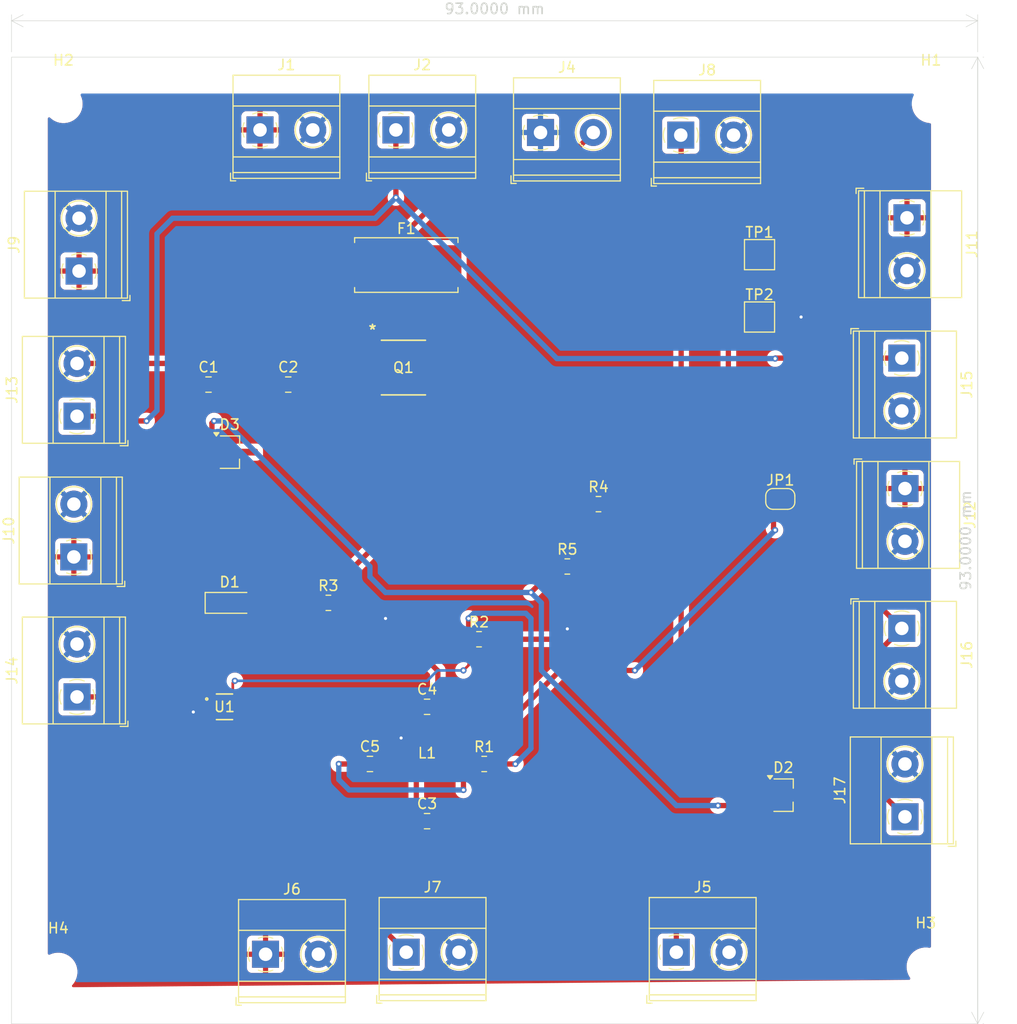
<source format=kicad_pcb>
(kicad_pcb (version 20240108) (generator "pcbnew") (generator_version "8.0")
  (layers (0 "F.Cu" mixed) (31 "B.Cu" mixed) (34 "B.Paste" user) (35 "F.Paste" user) (36 "B.SilkS" user "B.Silkscreen") (37 "F.SilkS" user "F.Silkscreen") (38 "B.Mask" user) (39 "F.Mask" user) (44 "Edge.Cuts" user))
  (net 0 "")
  (net 1 "+5V")
  (net 2 "GND")
  (net 3 "Net-(JP1-A)")
  (net 4 "+12V")
  (net 5 "Net-(D1-A)")
  (net 6 "/VBAT_READ")
  (net 7 "+3V3")
  (net 8 "Net-(F1-Pad2)")
  (net 9 "Net-(J4-Pin_2)")
  (net 10 "/BST")
  (net 11 "/SW")
  (net 12 "/SS")
  (net 13 "/FB")
  (footprint "MountingHole:MountingHole_3.2mm_M3" (layer "F.Cu") (at 92.5 153)
    (property "Reference" "H4" (at 0 -4.2 0) (layer "F.SilkS"))
    (property "Value" "MountingHole")
    (pad "" np_thru_hole circle (at 0 0) (size 3.2 3.2) (drill 3.2) (layers "*.Cu" "*.Mask"))
  )
  (footprint "Capacitor_SMD:C_0805_2012Metric_Pad1.18x1.45mm_HandSolder" (layer "F.Cu") (at 128 138.5)
    (property "Reference" "C3" (at 0 -1.68 0) (layer "F.SilkS"))
    (property "Value" "100nF")
    (pad "1" smd roundrect (at -1.0375 0) (size 1.175 1.45) (layers "F.Cu" "F.Paste" "F.Mask") (roundrect_rratio 0.212766) (net 11 "/SW"))
    (pad "2" smd roundrect (at 1.0375 0) (size 1.175 1.45) (layers "F.Cu" "F.Paste" "F.Mask") (roundrect_rratio 0.212766) (net 10 "/BST"))
  )
  (footprint "Resistor_SMD:R_0805_2012Metric_Pad1.20x1.40mm_HandSolder" (layer "F.Cu") (at 141.5 114)
    (property "Reference" "R5" (at 0 -1.65 0) (layer "F.SilkS"))
    (property "Value" "10k")
    (pad "1" smd roundrect (at -1 0) (size 1.2 1.4) (layers "F.Cu" "F.Paste" "F.Mask") (roundrect_rratio 0.208333) (net 6 "/VBAT_READ"))
    (pad "2" smd roundrect (at 1 0) (size 1.2 1.4) (layers "F.Cu" "F.Paste" "F.Mask") (roundrect_rratio 0.208333) (net 2 "GND"))
  )
  (footprint "Resistor_SMD:R_0805_2012Metric_Pad1.20x1.40mm_HandSolder" (layer "F.Cu") (at 144.5 108)
    (property "Reference" "R4" (at 0 -1.65 0) (layer "F.SilkS"))
    (property "Value" "100k")
    (pad "1" smd roundrect (at -1 0) (size 1.2 1.4) (layers "F.Cu" "F.Paste" "F.Mask") (roundrect_rratio 0.208333) (net 4 "+12V"))
    (pad "2" smd roundrect (at 1 0) (size 1.2 1.4) (layers "F.Cu" "F.Paste" "F.Mask") (roundrect_rratio 0.208333) (net 6 "/VBAT_READ"))
  )
  (footprint "Package_TO_SOT_SMD:TSOT-23_HandSoldering" (layer "F.Cu") (at 109 103)
    (property "Reference" "D3" (at 0 -2.65 0) (layer "F.SilkS"))
    (property "Value" "D_Schottky")
    (pad "1" smd roundrect (at -1.71 -0.95) (size 2 0.65) (layers "F.Cu" "F.Paste" "F.Mask") (net 6 "/VBAT_READ"))
    (pad "2" smd roundrect (at -1.71 0.95) (size 2 0.65) (layers "F.Cu" "F.Paste" "F.Mask") (net 2 "GND"))
    (pad "3" smd roundrect (at 1.71 0) (size 2 0.65) (layers "F.Cu" "F.Paste" "F.Mask"))
  )
  (footprint "TerminalBlock_Phoenix:TerminalBlock_Phoenix_MKDS-1,5-2-5.08_1x02_P5.08mm_Horizontal" (layer "F.Cu") (at 151.99 151.11)
    (property "Reference" "J5" (at 2.54 -6.26 0) (layer "F.SilkS"))
    (property "Value" "Conn_01x02_Pin")
    (pad "1" thru_hole rect (at 0 0) (size 2.6 2.6) (drill 1.3) (layers "*.Cu" "*.Mask") (net 6 "/VBAT_READ"))
    (pad "2" thru_hole circle (at 5.08 0) (size 2.6 2.6) (drill 1.3) (layers "*.Cu" "*.Mask") (net 2 "GND"))
  )
  (footprint "TerminalBlock_Phoenix:TerminalBlock_Phoenix_MKDS-1,5-2-5.08_1x02_P5.08mm_Horizontal" (layer "F.Cu") (at 94.305 126.545 90)
    (property "Reference" "J14" (at 2.54 -6.26 90) (layer "F.SilkS"))
    (property "Value" "MOTOR2 EN")
    (pad "1" thru_hole rect (at 0 0 90) (size 2.6 2.6) (drill 1.3) (layers "*.Cu" "*.Mask") (net 1 "+5V"))
    (pad "2" thru_hole circle (at 5.08 0 90) (size 2.6 2.6) (drill 1.3) (layers "*.Cu" "*.Mask") (net 2 "GND"))
  )
  (footprint "TerminalBlock_Phoenix:TerminalBlock_Phoenix_MKDS-1,5-2-5.08_1x02_P5.08mm_Horizontal" (layer "F.Cu") (at 174.195 80.455 -90)
    (property "Reference" "J11" (at 2.54 -6.26 90) (layer "F.SilkS"))
    (property "Value" "MOTOR3 POWER")
    (pad "1" thru_hole rect (at 0 0 270) (size 2.6 2.6) (drill 1.3) (layers "*.Cu" "*.Mask") (net 4 "+12V"))
    (pad "2" thru_hole circle (at 5.08 0 270) (size 2.6 2.6) (drill 1.3) (layers "*.Cu" "*.Mask") (net 2 "GND"))
  )
  (footprint "Capacitor_SMD:C_0805_2012Metric_Pad1.18x1.45mm_HandSolder" (layer "F.Cu") (at 122.5 133)
    (property "Reference" "C5" (at 0 -1.68 0) (layer "F.SilkS"))
    (property "Value" "47u")
    (pad "1" smd roundrect (at -1.0375 0) (size 1.175 1.45) (layers "F.Cu" "F.Paste" "F.Mask") (roundrect_rratio 0.212766) (net 3 "Net-(JP1-A)"))
    (pad "2" smd roundrect (at 1.0375 0) (size 1.175 1.45) (layers "F.Cu" "F.Paste" "F.Mask") (roundrect_rratio 0.212766) (net 2 "GND"))
  )
  (footprint "Resistor_SMD:R_0805_2012Metric_Pad1.20x1.40mm_HandSolder" (layer "F.Cu") (at 133.5 133)
    (property "Reference" "R1" (at 0 -1.65 0) (layer "F.SilkS"))
    (property "Value" "52.3k")
    (pad "1" smd roundrect (at -1 0) (size 1.2 1.4) (layers "F.Cu" "F.Paste" "F.Mask") (roundrect_rratio 0.208333) (net 3 "Net-(JP1-A)"))
    (pad "2" smd roundrect (at 1 0) (size 1.2 1.4) (layers "F.Cu" "F.Paste" "F.Mask") (roundrect_rratio 0.208333) (net 13 "/FB"))
  )
  (footprint "TerminalBlock_Phoenix:TerminalBlock_Phoenix_MKDS-1,5-2-5.08_1x02_P5.08mm_Horizontal" (layer "F.Cu") (at 94 113.08 90)
    (property "Reference" "J10" (at 2.54 -6.26 90) (layer "F.SilkS"))
    (property "Value" "MOTOR2 POWER")
    (pad "1" thru_hole rect (at 0 0 90) (size 2.6 2.6) (drill 1.3) (layers "*.Cu" "*.Mask") (net 4 "+12V"))
    (pad "2" thru_hole circle (at 5.08 0 90) (size 2.6 2.6) (drill 1.3) (layers "*.Cu" "*.Mask") (net 2 "GND"))
  )
  (footprint "TerminalBlock_Phoenix:TerminalBlock_Phoenix_MKDS-1,5-2-5.08_1x02_P5.08mm_Horizontal" (layer "F.Cu") (at 125.99 151.11)
    (property "Reference" "J7" (at 2.54 -6.26 0) (layer "F.SilkS"))
    (property "Value" "5V JUMP")
    (pad "1" thru_hole rect (at 0 0) (size 2.6 2.6) (drill 1.3) (layers "*.Cu" "*.Mask") (net 1 "+5V"))
    (pad "2" thru_hole circle (at 5.08 0) (size 2.6 2.6) (drill 1.3) (layers "*.Cu" "*.Mask") (net 2 "GND"))
  )
  (footprint "TerminalBlock_Phoenix:TerminalBlock_Phoenix_MKDS-1,5-2-5.08_1x02_P5.08mm_Horizontal" (layer "F.Cu") (at 152.42 72.5)
    (property "Reference" "J8" (at 2.54 -6.26 0) (layer "F.SilkS"))
    (property "Value" "3V3 JUMP")
    (pad "1" thru_hole rect (at 0 0) (size 2.6 2.6) (drill 1.3) (layers "*.Cu" "*.Mask") (net 7 "+3V3"))
    (pad "2" thru_hole circle (at 5.08 0) (size 2.6 2.6) (drill 1.3) (layers "*.Cu" "*.Mask") (net 2 "GND"))
  )
  (footprint "Fuse:Fuseholder_Littelfuse_Nano2_154x" (layer "F.Cu") (at 126 85)
    (property "Reference" "F1" (at 0 -3.5 0) (layer "F.SilkS"))
    (property "Value" "Fuse")
    (pad "1" smd rect (at -3.185 0) (size 4.24 3.81) (layers "F.Cu" "F.Paste" "F.Mask") (net 9 "Net-(J4-Pin_2)"))
    (pad "2" smd rect (at 3.185 0) (size 4.24 3.81) (layers "F.Cu" "F.Paste" "F.Mask") (net 8 "Net-(F1-Pad2)"))
  )
  (footprint "TerminalBlock_Phoenix:TerminalBlock_Phoenix_MKDS-1,5-2-5.08_1x02_P5.08mm_Horizontal" (layer "F.Cu") (at 125 72)
    (property "Reference" "J2" (at 2.54 -6.26 0) (layer "F.SilkS"))
    (property "Value" "LIN ACT DRIVER")
    (pad "1" thru_hole rect (at 0 0) (size 2.6 2.6) (drill 1.3) (layers "*.Cu" "*.Mask") (net 1 "+5V"))
    (pad "2" thru_hole circle (at 5.08 0) (size 2.6 2.6) (drill 1.3) (layers "*.Cu" "*.Mask") (net 2 "GND"))
  )
  (footprint "TerminalBlock_Phoenix:TerminalBlock_Phoenix_MKDS-1,5-2-5.08_1x02_P5.08mm_Horizontal" (layer "F.Cu") (at 94.5 85.58 90)
    (property "Reference" "J9" (at 2.54 -6.26 90) (layer "F.SilkS"))
    (property "Value" "MOTOR1 POWER")
    (pad "1" thru_hole rect (at 0 0 90) (size 2.6 2.6) (drill 1.3) (layers "*.Cu" "*.Mask") (net 4 "+12V"))
    (pad "2" thru_hole circle (at 5.08 0 90) (size 2.6 2.6) (drill 1.3) (layers "*.Cu" "*.Mask") (net 2 "GND"))
  )
  (footprint "TerminalBlock_Phoenix:TerminalBlock_Phoenix_MKDS-1,5-2-5.08_1x02_P5.08mm_Horizontal" (layer "F.Cu") (at 111.92 72)
    (property "Reference" "J1" (at 2.54 -6.26 0) (layer "F.SilkS"))
    (property "Value" "LINEAR ACTUATOR POWER")
    (pad "1" thru_hole rect (at 0 0) (size 2.6 2.6) (drill 1.3) (layers "*.Cu" "*.Mask") (net 4 "+12V"))
    (pad "2" thru_hole circle (at 5.08 0) (size 2.6 2.6) (drill 1.3) (layers "*.Cu" "*.Mask") (net 2 "GND"))
  )
  (footprint "TerminalBlock_Phoenix:TerminalBlock_Phoenix_MKDS-1,5-2-5.08_1x02_P5.08mm_Horizontal" (layer "F.Cu") (at 174 106.5 -90)
    (property "Reference" "J12" (at 2.54 -6.26 90) (layer "F.SilkS"))
    (property "Value" "MOTOR4 POWER")
    (pad "1" thru_hole rect (at 0 0 270) (size 2.6 2.6) (drill 1.3) (layers "*.Cu" "*.Mask") (net 4 "+12V"))
    (pad "2" thru_hole circle (at 5.08 0 270) (size 2.6 2.6) (drill 1.3) (layers "*.Cu" "*.Mask") (net 2 "GND"))
  )
  (footprint "Resistor_SMD:R_0805_2012Metric_Pad1.20x1.40mm_HandSolder" (layer "F.Cu") (at 133 121)
    (property "Reference" "R2" (at 0 -1.65 0) (layer "F.SilkS"))
    (property "Value" "10k")
    (pad "1" smd roundrect (at -1 0) (size 1.2 1.4) (layers "F.Cu" "F.Paste" "F.Mask") (roundrect_rratio 0.208333) (net 13 "/FB"))
    (pad "2" smd roundrect (at 1 0) (size 1.2 1.4) (layers "F.Cu" "F.Paste" "F.Mask") (roundrect_rratio 0.208333) (net 2 "GND"))
  )
  (footprint "TerminalBlock_Phoenix:TerminalBlock_Phoenix_MKDS-1,5-2-5.08_1x02_P5.08mm_Horizontal" (layer "F.Cu") (at 174 138.08 90)
    (property "Reference" "J17" (at 2.54 -6.26 90) (layer "F.SilkS"))
    (property "Value" "LIN REG")
    (pad "1" thru_hole rect (at 0 0 90) (size 2.6 2.6) (drill 1.3) (layers "*.Cu" "*.Mask") (net 1 "+5V"))
    (pad "2" thru_hole circle (at 5.08 0 90) (size 2.6 2.6) (drill 1.3) (layers "*.Cu" "*.Mask") (net 2 "GND"))
  )
  (footprint "MountingHole:MountingHole_3.2mm_M3" (layer "F.Cu") (at 176.5 69.5)
    (property "Reference" "H1" (at 0 -4.2 0) (layer "F.SilkS"))
    (property "Value" "MountingHole")
    (pad "" np_thru_hole circle (at 0 0) (size 3.2 3.2) (drill 3.2) (layers "*.Cu" "*.Mask"))
  )
  (footprint "Package_TO_SOT_SMD:TSOT-23_HandSoldering" (layer "F.Cu") (at 162.29 136)
    (property "Reference" "D2" (at 0 -2.65 0) (layer "F.SilkS"))
    (property "Value" "D_Schottky")
    (pad "1" smd roundrect (at -1.71 -0.95) (size 2 0.65) (layers "F.Cu" "F.Paste" "F.Mask") (net 7 "+3V3"))
    (pad "2" smd roundrect (at -1.71 0.95) (size 2 0.65) (layers "F.Cu" "F.Paste" "F.Mask") (net 6 "/VBAT_READ"))
    (pad "3" smd roundrect (at 1.71 0) (size 2 0.65) (layers "F.Cu" "F.Paste" "F.Mask"))
  )
  (footprint "TPS62933DRLR:SOT5X3-8_DRL_TEX" (layer "F.Cu") (at 108.5 127.5)
    (property "Reference" "U1" (at 0 0 0) (layer "F.SilkS"))
    (property "Value" "TPS62933DRLR")
    (pad "1" smd rect (at -0.8001 -0.750189) (size 0.7112 0.2286) (layers "F.Cu" "F.Paste" "F.Mask"))
    (pad "2" smd rect (at -0.8001 -0.250063) (size 0.7112 0.2286) (layers "F.Cu" "F.Paste" "F.Mask"))
    (pad "3" smd rect (at -0.8001 0.250063) (size 0.7112 0.2286) (layers "F.Cu" "F.Paste" "F.Mask") (net 4 "+12V"))
    (pad "4" smd rect (at -0.8001 0.750189) (size 0.7112 0.2286) (layers "F.Cu" "F.Paste" "F.Mask") (net 2 "GND"))
    (pad "5" smd rect (at 0.8001 0.750189) (size 0.7112 0.2286) (layers "F.Cu" "F.Paste" "F.Mask"))
    (pad "6" smd rect (at 0.8001 0.250063) (size 0.7112 0.2286) (layers "F.Cu" "F.Paste" "F.Mask"))
    (pad "7" smd rect (at 0.8001 -0.250063) (size 0.7112 0.2286) (layers "F.Cu" "F.Paste" "F.Mask") (net 12 "/SS"))
    (pad "8" smd rect (at 0.8001 -0.750189) (size 0.7112 0.2286) (layers "F.Cu" "F.Paste" "F.Mask") (net 13 "/FB"))
  )
  (footprint "Inductor_SMD:L_0201_0603Metric_Pad0.64x0.40mm_HandSolder" (layer "F.Cu") (at 128 133)
    (property "Reference" "L1" (at 0 -1.05 0) (layer "F.SilkS"))
    (property "Value" "7.8uH")
    (pad "1" smd roundrect (at -0.4075 0) (size 0.635 0.4) (layers "F.Cu" "F.Mask") (net 11 "/SW"))
    (pad "2" smd roundrect (at 0.4075 0) (size 0.635 0.4) (layers "F.Cu" "F.Mask") (net 3 "Net-(JP1-A)"))
  )
  (footprint "Resistor_SMD:R_0805_2012Metric_Pad1.20x1.40mm_HandSolder" (layer "F.Cu") (at 118.5 117.5)
    (property "Reference" "R3" (at 0 -1.65 0) (layer "F.SilkS"))
    (property "Value" "100k")
    (pad "1" smd roundrect (at -1 0) (size 1.2 1.4) (layers "F.Cu" "F.Paste" "F.Mask") (roundrect_rratio 0.208333) (net 5 "Net-(D1-A)"))
    (pad "2" smd roundrect (at 1 0) (size 1.2 1.4) (layers "F.Cu" "F.Paste" "F.Mask") (roundrect_rratio 0.208333) (net 2 "GND"))
  )
  (footprint "AO4485:SO8SOP-8L_AOS" (layer "F.Cu") (at 125.72415 94.865)
    (property "Reference" "Q1" (at 0 0 0) (layer "F.SilkS"))
    (property "Value" "AO4485")
    (fp_text user "*" (at -2.97815 -3.6068 0) (layer "F.SilkS"))
    (fp_text user "*" (at -2.97815 -3.6068 0) (layer "F.SilkS"))
    (pad "1" smd rect (at -2.72415 -1.905) (size 1.4605 0.5588) (layers "F.Cu" "F.Paste" "F.Mask") (net 4 "+12V"))
    (pad "2" smd rect (at -2.72415 -0.635) (size 1.4605 0.5588) (layers "F.Cu" "F.Paste" "F.Mask") (net 4 "+12V"))
    (pad "3" smd rect (at -2.72415 0.635) (size 1.4605 0.5588) (layers "F.Cu" "F.Paste" "F.Mask") (net 4 "+12V"))
    (pad "4" smd rect (at -2.72415 1.905) (size 1.4605 0.5588) (layers "F.Cu" "F.Paste" "F.Mask") (net 5 "Net-(D1-A)"))
    (pad "5" smd rect (at 2.72415 1.905) (size 1.4605 0.5588) (layers "F.Cu" "F.Paste" "F.Mask") (net 8 "Net-(F1-Pad2)"))
    (pad "6" smd rect (at 2.72415 0.635) (size 1.4605 0.5588) (layers "F.Cu" "F.Paste" "F.Mask") (net 8 "Net-(F1-Pad2)"))
    (pad "7" smd rect (at 2.72415 -0.635) (size 1.4605 0.5588) (layers "F.Cu" "F.Paste" "F.Mask") (net 8 "Net-(F1-Pad2)"))
    (pad "8" smd rect (at 2.72415 -1.905) (size 1.4605 0.5588) (layers "F.Cu" "F.Paste" "F.Mask") (net 8 "Net-(F1-Pad2)"))
  )
  (footprint "TerminalBlock_Phoenix:TerminalBlock_Phoenix_MKDS-1,5-2-5.08_1x02_P5.08mm_Horizontal" (layer "F.Cu") (at 173.695 93.955 -90)
    (property "Reference" "J15" (at 2.54 -6.26 90) (layer "F.SilkS"))
    (property "Value" "MOTOR3 EN")
    (pad "1" thru_hole rect (at 0 0 270) (size 2.6 2.6) (drill 1.3) (layers "*.Cu" "*.Mask") (net 1 "+5V"))
    (pad "2" thru_hole circle (at 5.08 0 270) (size 2.6 2.6) (drill 1.3) (layers "*.Cu" "*.Mask") (net 2 "GND"))
  )
  (footprint "TestPoint:TestPoint_Pad_2.5x2.5mm" (layer "F.Cu") (at 160 90)
    (property "Reference" "TP2" (at 0 -2.148 0) (layer "F.SilkS"))
    (property "Value" "TestPoint")
    (pad "1" smd rect (at 0 0) (size 2.5 2.5) (layers "F.Cu" "F.Mask") (net 2 "GND"))
  )
  (footprint "Capacitor_SMD:C_0805_2012Metric_Pad1.18x1.45mm_HandSolder" (layer "F.Cu") (at 128 127.5)
    (property "Reference" "C4" (at 0 -1.68 0) (layer "F.SilkS"))
    (property "Value" "33nF")
    (pad "1" smd roundrect (at -1.0375 0) (size 1.175 1.45) (layers "F.Cu" "F.Paste" "F.Mask") (roundrect_rratio 0.212766) (net 12 "/SS"))
    (pad "2" smd roundrect (at 1.0375 0) (size 1.175 1.45) (layers "F.Cu" "F.Paste" "F.Mask") (roundrect_rratio 0.212766) (net 2 "GND"))
  )
  (footprint "TerminalBlock_Phoenix:TerminalBlock_Phoenix_MKDS-1,5-2-5.08_1x02_P5.08mm_Horizontal" (layer "F.Cu") (at 112.455 151.305)
    (property "Reference" "J6" (at 2.54 -6.26 0) (layer "F.SilkS"))
    (property "Value" "12V JUMP")
    (pad "1" thru_hole rect (at 0 0) (size 2.6 2.6) (drill 1.3) (layers "*.Cu" "*.Mask") (net 4 "+12V"))
    (pad "2" thru_hole circle (at 5.08 0) (size 2.6 2.6) (drill 1.3) (layers "*.Cu" "*.Mask") (net 2 "GND"))
  )
  (footprint "Diode_SMD:D_SOD-123" (layer "F.Cu") (at 109 117.5)
    (property "Reference" "D1" (at 0 -2 0) (layer "F.SilkS"))
    (property "Value" "D_Zener")
    (pad "1" smd roundrect (at -1.65 0) (size 0.9 1.2) (layers "F.Cu" "F.Paste" "F.Mask") (net 4 "+12V"))
    (pad "2" smd roundrect (at 1.65 0) (size 0.9 1.2) (layers "F.Cu" "F.Paste" "F.Mask") (net 5 "Net-(D1-A)"))
  )
  (footprint "MountingHole:MountingHole_3.2mm_M3" (layer "F.Cu") (at 176 152.5)
    (property "Reference" "H3" (at 0 -4.2 0) (layer "F.SilkS"))
    (property "Value" "MountingHole")
    (pad "" np_thru_hole circle (at 0 0) (size 3.2 3.2) (drill 3.2) (layers "*.Cu" "*.Mask"))
  )
  (footprint "MountingHole:MountingHole_3.2mm_M3" (layer "F.Cu") (at 93 69.5)
    (property "Reference" "H2" (at 0 -4.2 0) (layer "F.SilkS"))
    (property "Value" "MountingHole")
    (pad "" np_thru_hole circle (at 0 0) (size 3.2 3.2) (drill 3.2) (layers "*.Cu" "*.Mask"))
  )
  (footprint "TerminalBlock_Phoenix:TerminalBlock_Phoenix_MKDS-1,5-2-5.08_1x02_P5.08mm_Horizontal" (layer "F.Cu") (at 138.92 72.25)
    (property "Reference" "J4" (at 2.54 -6.26 0) (layer "F.SilkS"))
    (property "Value" "12V BATTERY POWER")
    (pad "1" thru_hole rect (at 0 0) (size 2.6 2.6) (drill 1.3) (layers "*.Cu" "*.Mask") (net 2 "GND"))
    (pad "2" thru_hole circle (at 5.08 0) (size 2.6 2.6) (drill 1.3) (layers "*.Cu" "*.Mask") (net 9 "Net-(J4-Pin_2)"))
  )
  (footprint "Capacitor_SMD:C_0805_2012Metric_Pad1.18x1.45mm_HandSolder" (layer "F.Cu") (at 114.6375 96.5)
    (property "Reference" "C2" (at 0 -1.68 0) (layer "F.SilkS"))
    (property "Value" "100nF")
    (pad "1" smd roundrect (at -1.0375 0) (size 1.175 1.45) (layers "F.Cu" "F.Paste" "F.Mask") (roundrect_rratio 0.212766) (net 4 "+12V"))
    (pad "2" smd roundrect (at 1.0375 0) (size 1.175 1.45) (layers "F.Cu" "F.Paste" "F.Mask") (roundrect_rratio 0.212766) (net 2 "GND"))
  )
  (footprint "TestPoint:TestPoint_Pad_2.5x2.5mm" (layer "F.Cu") (at 160 84)
    (property "Reference" "TP1" (at 0 -2.148 0) (layer "F.SilkS"))
    (property "Value" "TestPoint")
    (pad "1" smd rect (at 0 0) (size 2.5 2.5) (layers "F.Cu" "F.Mask") (net 3 "Net-(JP1-A)"))
  )
  (footprint "TerminalBlock_Phoenix:TerminalBlock_Phoenix_MKDS-1,5-2-5.08_1x02_P5.08mm_Horizontal" (layer "F.Cu") (at 173.695 119.955 -90)
    (property "Reference" "J16" (at 2.54 -6.26 90) (layer "F.SilkS"))
    (property "Value" "MOTOR4 EN")
    (pad "1" thru_hole rect (at 0 0 270) (size 2.6 2.6) (drill 1.3) (layers "*.Cu" "*.Mask") (net 1 "+5V"))
    (pad "2" thru_hole circle (at 5.08 0 270) (size 2.6 2.6) (drill 1.3) (layers "*.Cu" "*.Mask") (net 2 "GND"))
  )
  (footprint "TerminalBlock_Phoenix:TerminalBlock_Phoenix_MKDS-1,5-2-5.08_1x02_P5.08mm_Horizontal" (layer "F.Cu") (at 94.305 99.545 90)
    (property "Reference" "J13" (at 2.54 -6.26 90) (layer "F.SilkS"))
    (property "Value" "MOTOR1 EN")
    (pad "1" thru_hole rect (at 0 0 90) (size 2.6 2.6) (drill 1.3) (layers "*.Cu" "*.Mask") (net 1 "+5V"))
    (pad "2" thru_hole circle (at 5.08 0 90) (size 2.6 2.6) (drill 1.3) (layers "*.Cu" "*.Mask") (net 2 "GND"))
  )
  (footprint "Jumper:SolderJumper-2_P1.3mm_Open_RoundedPad1.0x1.5mm" (layer "F.Cu") (at 162 107.5)
    (property "Reference" "JP1" (at 0 -1.8 0) (layer "F.SilkS"))
    (property "Value" "SolderJumper_2_Open")
    (pad "1" smd custom (at -0.65 0) (size 1 0.5) (layers "F.Cu" "F.Mask") (net 3 "Net-(JP1-A)") (options (clearance outline) (anchor rect)) (primitives (gr_circle (center 0 0.25) (end 0.5 0.25) (width 0) (fill yes)) (gr_circle (center 0 -0.25) (end 0.5 -0.25) (width 0) (fill yes)) (gr_poly (pts (xy 0.5 0.75) (xy 0 0.75) (xy 0 -0.75) (xy 0.5 -0.75)) (width 0) (fill yes))))
    (pad "2" smd custom (at 0.65 0) (size 1 0.5) (layers "F.Cu" "F.Mask") (net 1 "+5V") (options (clearance outline) (anchor rect)) (primitives (gr_circle (center 0 0.25) (end 0.5 0.25) (width 0) (fill yes)) (gr_circle (center 0 -0.25) (end 0.5 -0.25) (width 0) (fill yes)) (gr_poly (pts (xy 0 0.75) (xy -0.5 0.75) (xy -0.5 -0.75) (xy 0 -0.75)) (width 0) (fill yes))))
  )
  (footprint "Capacitor_SMD:C_0805_2012Metric_Pad1.18x1.45mm_HandSolder" (layer "F.Cu") (at 106.9625 96.5)
    (property "Reference" "C1" (at 0 -1.68 0) (layer "F.SilkS"))
    (property "Value" "10uF")
    (pad "1" smd roundrect (at -1.0375 0) (size 1.175 1.45) (layers "F.Cu" "F.Paste" "F.Mask") (roundrect_rratio 0.212766) (net 4 "+12V"))
    (pad "2" smd roundrect (at 1.0375 0) (size 1.175 1.45) (layers "F.Cu" "F.Paste" "F.Mask") (roundrect_rratio 0.212766) (net 2 "GND"))
  )
  (gr_rect (start 88 65) (end 181 158) (stroke (width 0.05)) (fill none) (layer "Edge.Cuts"))
  (dimension (type aligned) (layer "Edge.Cuts") (pts (xy 181 65) (xy 88 65)) (height 3.499999) (gr_text "93.0000 mm" (at 134.5 60.350001 0) (layer "Edge.Cuts") (effects (font (size 1 1) (thickness 0.15)))) (format (prefix "") (suffix "") (units 3) (units_format 1) (precision 4)) (style (thickness 0.05) (arrow_length 1.27) (text_position_mode 0) (extension_height 0.58642) (extension_offset 0.5) keep_text_aligned))
  (dimension (type aligned) (layer "Edge.Cuts") (pts (xy 181 65) (xy 181 158)) (height 0) (gr_text "93.0000 mm" (at 179.85 111.5 90) (layer "Edge.Cuts") (effects (font (size 1 1) (thickness 0.15)))) (format (prefix "") (suffix "") (units 3) (units_format 1) (precision 4)) (style (thickness 0.05) (arrow_length 1.27) (text_position_mode 0) (extension_height 0.58642) (extension_offset 0.5) keep_text_aligned))
  (segment (start 168.045 93.955) (end 167 95) (width 0.508) (layer "F.Cu") (net 1))
  (segment (start 168.045 93.955) (end 161.545 93.955) (width 0.508) (layer "F.Cu") (net 1))
  (segment (start 125 72) (end 125 78.5) (width 0.508) (layer "F.Cu") (net 1))
  (segment (start 100 100) (end 99.545 99.545) (width 0.508) (layer "F.Cu") (net 1))
  (segment (start 101 100) (end 100 100) (width 0.508) (layer "F.Cu") (net 1))
  (segment (start 171.941 121.709) (end 165.291 121.709) (width 0.508) (layer "F.Cu") (net 1))
  (segment (start 162.65 108.91) (end 173.695 119.955) (width 0.508) (layer "F.Cu") (net 1))
  (segment (start 164.5 128.58) (end 174 138.08) (width 0.508) (layer "F.Cu") (net 1))
  (segment (start 167 95) (end 167 106.5) (width 0.508) (layer "F.Cu") (net 1))
  (segment (start 167 106.5) (end 166 107.5) (width 0.508) (layer "F.Cu") (net 1))
  (segment (start 166 107.5) (end 162.65 107.5) (width 0.508) (layer "F.Cu") (net 1))
  (segment (start 165.291 121.709) (end 164.5 122.5) (width 0.508) (layer "F.Cu") (net 1))
  (segment (start 173.695 93.955) (end 168.045 93.955) (width 0.508) (layer "F.Cu") (net 1))
  (segment (start 173.695 119.955) (end 171.941 121.709) (width 0.508) (layer "F.Cu") (net 1))
  (segment (start 101.425 126.545) (end 125.99 151.11) (width 0.508) (layer "F.Cu") (net 1))
  (segment (start 161.545 93.955) (end 161.5 94) (width 0.508) (layer "F.Cu") (net 1))
  (segment (start 164.5 122.5) (end 164.5 128.58) (width 0.508) (layer "F.Cu") (net 1))
  (segment (start 162.65 107.5) (end 162.65 108.91) (width 0.508) (layer "F.Cu") (net 1))
  (segment (start 94.305 126.545) (end 101.425 126.545) (width 0.508) (layer "F.Cu") (net 1))
  (segment (start 99.545 99.545) (end 94.305 99.545) (width 0.508) (layer "F.Cu") (net 1))
  (via (at 125 78.5) (size 0.6) (drill 0.3) (layers "F.Cu" "B.Cu") (net 1))
  (via (at 101 100) (size 0.6) (drill 0.3) (layers "F.Cu" "B.Cu") (net 1))
  (via (at 161.5 94) (size 0.6) (drill 0.3) (layers "F.Cu" "B.Cu") (net 1))
  (segment (start 103.5 80.5) (end 102 82) (width 0.508) (layer "B.Cu") (net 1))
  (segment (start 102 82) (end 102 99) (width 0.508) (layer "B.Cu") (net 1))
  (segment (start 125 78.5) (end 123 80.5) (width 0.508) (layer "B.Cu") (net 1))
  (segment (start 102 99) (end 101 100) (width 0.508) (layer "B.Cu") (net 1))
  (segment (start 161.5 94) (end 140.5 94) (width 0.508) (layer "B.Cu") (net 1))
  (segment (start 123 80.5) (end 103.5 80.5) (width 0.508) (layer "B.Cu") (net 1))
  (segment (start 140.5 94) (end 125 78.5) (width 0.508) (layer "B.Cu") (net 1))
  (segment (start 114.496 95.321) (end 115.675 96.5) (width 0.508) (layer "F.Cu") (net 2))
  (segment (start 105.965 94.465) (end 108 96.5) (width 0.508) (layer "F.Cu") (net 2))
  (segment (start 142.5 114) (end 142.5 119) (width 0.508) (layer "F.Cu") (net 2))
  (segment (start 94.305 94.465) (end 105.965 94.465) (width 0.508) (layer "F.Cu") (net 2))
  (segment (start 129.0375 124.0375) (end 124 119) (width 0.508) (layer "F.Cu") (net 2))
  (segment (start 119.5 117.5) (end 122.5 117.5) (width 0.508) (layer "F.Cu") (net 2))
  (segment (start 122.5 117.5) (end 124 119) (width 0.508) (layer "F.Cu") (net 2))
  (segment (start 123.5375 132.4625) (end 125.5 130.5) (width 0.508) (layer "F.Cu") (net 2))
  (segment (start 109.179 95.321) (end 114.496 95.321) (width 0.508) (layer "F.Cu") (net 2))
  (segment (start 108 96.5) (end 109.179 95.321) (width 0.508) (layer "F.Cu") (net 2))
  (segment (start 105.836 98.664) (end 105.836 102.496) (width 0.508) (layer "F.Cu") (net 2))
  (segment (start 105.750189 128.250189) (end 105.5 128) (width 0.254) (layer "F.Cu") (net 2))
  (segment (start 140.5 121) (end 141.5 120) (width 0.508) (layer "F.Cu") (net 2))
  (segment (start 108 96.5) (end 105.836 98.664) (width 0.508) (layer "F.Cu") (net 2))
  (segment (start 142.5 119) (end 141.5 120) (width 0.508) (layer "F.Cu") (net 2))
  (segment (start 134 121) (end 140.5 121) (width 0.508) (layer "F.Cu") (net 2))
  (segment (start 160 90) (end 164 90) (width 0.508) (layer "F.Cu") (net 2))
  (segment (start 105.836 102.496) (end 107.29 103.95) (width 0.508) (layer "F.Cu") (net 2))
  (segment (start 123.5375 133) (end 123.5375 132.4625) (width 0.508) (layer "F.Cu") (net 2))
  (segment (start 107.6999 128.250189) (end 105.750189 128.250189) (width 0.254) (layer "F.Cu") (net 2))
  (segment (start 129.0375 127.5) (end 129.0375 124.0375) (width 0.508) (layer "F.Cu") (net 2))
  (via (at 105.5 128) (size 0.6) (drill 0.3) (layers "F.Cu" "B.Cu") (net 2))
  (via (at 125.5 130.5) (size 0.6) (drill 0.3) (layers "F.Cu" "B.Cu") (net 2))
  (via (at 124 119) (size 0.6) (drill 0.3) (layers "F.Cu" "B.Cu") (net 2))
  (via (at 164 90) (size 0.6) (drill 0.3) (layers "F.Cu" "B.Cu") (net 2))
  (via (at 141.5 120) (size 0.6) (drill 0.3) (layers "F.Cu" "B.Cu") (net 2))
  (segment (start 131.5 135.5) (end 131.5 134) (width 0.508) (layer "F.Cu") (net 3))
  (segment (start 121.4625 133) (end 119.5 133) (width 0.508) (layer "F.Cu") (net 3))
  (segment (start 158.5 84) (end 157 85.5) (width 0.508) (layer "F.Cu") (net 3))
  (segment (start 158.5 107.5) (end 161.35 107.5) (width 0.508) (layer "F.Cu") (net 3))
  (segment (start 132.5 132.3) (end 132.5 133) (width 0.508) (layer "F.Cu") (net 3))
  (segment (start 161.35 107.5) (end 161.35 110.35) (width 0.508) (layer "F.Cu") (net 3))
  (segment (start 157 106) (end 158.5 107.5) (width 0.508) (layer "F.Cu") (net 3))
  (segment (start 161.35 110.35) (end 161.5 110.5) (width 0.508) (layer "F.Cu") (net 3))
  (segment (start 160 84) (end 158.5 84) (width 0.508) (layer "F.Cu") (net 3))
  (segment (start 131.5 134) (end 132.5 133) (width 0.508) (layer "F.Cu") (net 3))
  (segment (start 148 124) (end 140.8 124) (width 0.508) (layer "F.Cu") (net 3))
  (segment (start 128.4075 133) (end 132.5 133) (width 0.508) (layer "F.Cu") (net 3))
  (segment (start 140.8 124) (end 132.5 132.3) (width 0.508) (layer "F.Cu") (net 3))
  (segment (start 157 85.5) (end 157 106) (width 0.508) (layer "F.Cu") (net 3))
  (via (at 119.5 133) (size 0.6) (drill 0.3) (layers "F.Cu" "B.Cu") (net 3))
  (via (at 148 124) (size 0.6) (drill 0.3) (layers "F.Cu" "B.Cu") (net 3))
  (via (at 131.5 135.5) (size 0.6) (drill 0.3) (layers "F.Cu" "B.Cu") (net 3))
  (via (at 161.5 110.5) (size 0.6) (drill 0.3) (layers "F.Cu" "B.Cu") (net 3))
  (segment (start 119.5 134.5) (end 120.5 135.5) (width 0.508) (layer "B.Cu") (net 3))
  (segment (start 119.5 133) (end 119.5 134.5) (width 0.508) (layer "B.Cu") (net 3))
  (segment (start 120.5 135.5) (end 131.5 135.5) (width 0.508) (layer "B.Cu") (net 3))
  (segment (start 161.5 110.5) (end 148 124) (width 0.508) (layer "B.Cu") (net 3))
  (segment (start 106 126.673937) (end 106 125.5) (width 0.254) (layer "F.Cu") (net 4))
  (segment (start 107.6999 127.750063) (end 107.076126 127.750063) (width 0.254) (layer "F.Cu") (net 4))
  (segment (start 107.076126 127.750063) (end 106 126.673937) (width 0.254) (layer "F.Cu") (net 4))
  (segment (start 110.65 117.5) (end 117.5 117.5) (width 0.508) (layer "F.Cu") (net 5))
  (segment (start 123 96.77) (end 123 112) (width 0.508) (layer "F.Cu") (net 5))
  (segment (start 123 112) (end 117.5 117.5) (width 0.508) (layer "F.Cu") (net 5))
  (segment (start 145.5 108) (end 145.5 109) (width 0.508) (layer "F.Cu") (net 6))
  (segment (start 140.5 114) (end 138 116.5) (width 0.508) (layer "F.Cu") (net 6))
  (segment (start 153 143.5) (end 151.99 144.51) (width 0.508) (layer "F.Cu") (net 6))
  (segment (start 107.29 102.05) (end 107.29 100.21) (width 0.508) (layer "F.Cu") (net 6))
  (segment (start 145.5 109) (end 140.5 114) (width 0.508) (layer "F.Cu") (net 6))
  (segment (start 151.99 144.51) (end 151.99 151.11) (width 0.508) (layer "F.Cu") (net 6))
  (segment (start 160.53 137) (end 160.58 136.95) (width 0.508) (layer "F.Cu") (net 6))
  (segment (start 160 143.5) (end 153 143.5) (width 0.508) (layer "F.Cu") (net 6))
  (segment (start 156 137) (end 160.53 137) (width 0.508) (layer "F.Cu") (net 6))
  (segment (start 107.29 100.21) (end 107.5 100) (width 0.508) (layer "F.Cu") (net 6))
  (segment (start 160.58 136.95) (end 160.58 142.92) (width 0.508) (layer "F.Cu") (net 6))
  (segment (start 160.58 142.92) (end 160 143.5) (width 0.508) (layer "F.Cu") (net 6))
  (via (at 156 137) (size 0.6) (drill 0.3) (layers "F.Cu" "B.Cu") (net 6))
  (via (at 138 116.5) (size 0.6) (drill 0.3) (layers "F.Cu" "B.Cu") (net 6))
  (via (at 107.5 100) (size 0.6) (drill 0.3) (layers "F.Cu" "B.Cu") (net 6))
  (segment (start 124 116.5) (end 138 116.5) (width 0.508) (layer "B.Cu") (net 6))
  (segment (start 139 124) (end 152 137) (width 0.508) (layer "B.Cu") (net 6))
  (segment (start 108.5 100) (end 122.5 114) (width 0.508) (layer "B.Cu") (net 6))
  (segment (start 122.5 114) (end 122.5 115) (width 0.508) (layer "B.Cu") (net 6))
  (segment (start 107.5 100) (end 108.5 100) (width 0.508) (layer "B.Cu") (net 6))
  (segment (start 138 116.5) (end 139 117.5) (width 0.508) (layer "B.Cu") (net 6))
  (segment (start 139 117.5) (end 139 124) (width 0.508) (layer "B.Cu") (net 6))
  (segment (start 152 137) (end 156 137) (width 0.508) (layer "B.Cu") (net 6))
  (segment (start 122.5 115) (end 124 116.5) (width 0.508) (layer "B.Cu") (net 6))
  (segment (start 152.455 72.305) (end 152.455 126.925) (width 0.508) (layer "F.Cu") (net 7))
  (segment (start 152.455 126.925) (end 160.58 135.05) (width 0.508) (layer "F.Cu") (net 7))
  (segment (start 129.185 92.2233) (end 128.4483 92.96) (width 0.508) (layer "F.Cu") (net 8))
  (segment (start 129.185 85) (end 129.185 92.2233) (width 0.508) (layer "F.Cu") (net 8))
  (segment (start 128.4483 92.96) (end 128.4483 96.77) (width 0.508) (layer "F.Cu") (net 8))
  (segment (start 129.815 78) (end 122.815 85) (width 0.508) (layer "F.Cu") (net 9))
  (segment (start 138.5 77.75) (end 138.5 78) (width 0.508) (layer "F.Cu") (net 9))
  (segment (start 144 72.25) (end 138.5 77.75) (width 0.508) (layer "F.Cu") (net 9))
  (segment (start 138.5 78) (end 129.815 78) (width 0.508) (layer "F.Cu") (net 9))
  (segment (start 126.9625 133.63) (end 126.9625 138.5) (width 0.508) (layer "F.Cu") (net 11))
  (segment (start 127.5925 133) (end 126.9625 133.63) (width 0.508) (layer "F.Cu") (net 11))
  (segment (start 126.712437 127.249937) (end 126.9625 127.5) (width 0.254) (layer "F.Cu") (net 12))
  (segment (start 109.3001 127.249937) (end 126.712437 127.249937) (width 0.254) (layer "F.Cu") (net 12))
  (segment (start 131.5 124) (end 132 123.5) (width 0.254) (layer "F.Cu") (net 13))
  (segment (start 109.3001 126.749811) (end 109.3001 125.1999) (width 0.254) (layer "F.Cu") (net 13))
  (segment (start 134.5 133) (end 136.5 133) (width 0.508) (layer "F.Cu") (net 13))
  (segment (start 132 123.5) (end 132 121) (width 0.254) (layer "F.Cu") (net 13))
  (segment (start 132 121) (end 132 119) (width 0.508) (layer "F.Cu") (net 13))
  (segment (start 109.3001 125.1999) (end 109.5 125) (width 0.254) (layer "F.Cu") (net 13))
  (via (at 132 119) (size 0.6) (drill 0.3) (layers "F.Cu" "B.Cu") (net 13))
  (via (at 109.5 125) (size 0.6) (drill 0.3) (layers "F.Cu" "B.Cu") (net 13))
  (via (at 136.5 133) (size 0.6) (drill 0.3) (layers "F.Cu" "B.Cu") (net 13))
  (via (at 131.5 124) (size 0.6) (drill 0.3) (layers "F.Cu" "B.Cu") (net 13))
  (segment (start 138 131.5) (end 136.5 133) (width 0.508) (layer "B.Cu") (net 13))
  (segment (start 132.5 118.5) (end 137.5 118.5) (width 0.508) (layer "B.Cu") (net 13))
  (segment (start 128 125) (end 129 124) (width 0.254) (layer "B.Cu") (net 13))
  (segment (start 109.5 125) (end 128 125) (width 0.254) (layer "B.Cu") (net 13))
  (segment (start 138 119) (end 138 131.5) (width 0.508) (layer "B.Cu") (net 13))
  (segment (start 137.5 118.5) (end 138 119) (width 0.508) (layer "B.Cu") (net 13))
  (segment (start 129 124) (end 131.5 124) (width 0.254) (layer "B.Cu") (net 13))
  (segment (start 132 119) (end 132.5 118.5) (width 0.508) (layer "B.Cu") (net 13))
  (zone (net 4) (net_name "+12V") (layer "F.Cu") (priority 1) (connect_pads (clearance 0.5)) (min_thickness 0.25) (fill yes (thermal_gap 0.5) (thermal_bridge_width 0.5))
    (polygon (pts (xy 176.5 153.75) (xy 91.5 154.5) (xy 91.5 68.5) (xy 176.5 69.5)))
  )
  (zone (net 2) (net_name "GND") (layer "B.Cu") (connect_pads (clearance 0.5)) (min_thickness 0.25) (fill yes (thermal_gap 0.5) (thermal_bridge_width 0.5))
    (polygon (pts (xy 176.5 153.75) (xy 176.5 68.5) (xy 91.5 68.5) (xy 91.5 154)))
  )
)
</source>
